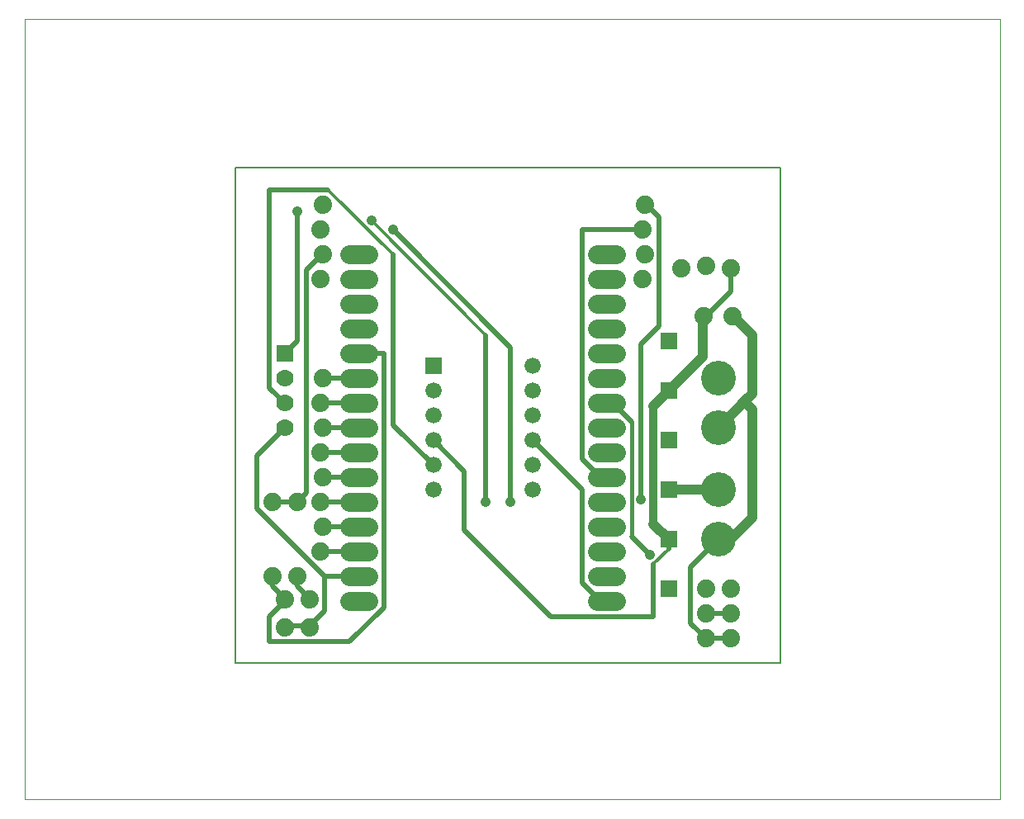
<source format=gtl>
G75*
%MOIN*%
%OFA0B0*%
%FSLAX25Y25*%
%IPPOS*%
%LPD*%
%AMOC8*
5,1,8,0,0,1.08239X$1,22.5*
%
%ADD10C,0.00000*%
%ADD11C,0.00600*%
%ADD12C,0.07400*%
%ADD13R,0.06600X0.06600*%
%ADD14C,0.06600*%
%ADD15C,0.07600*%
%ADD16C,0.14000*%
%ADD17C,0.07000*%
%ADD18R,0.07000X0.07000*%
%ADD19C,0.02000*%
%ADD20C,0.04000*%
%ADD21C,0.01200*%
%ADD22C,0.03200*%
%ADD23C,0.04165*%
%ADD24C,0.01600*%
D10*
X0001000Y0001000D02*
X0001000Y0315961D01*
X0394701Y0315961D01*
X0394701Y0001000D01*
X0001000Y0001000D01*
D11*
X0086000Y0056000D02*
X0086000Y0256000D01*
X0306000Y0256000D01*
X0306000Y0056000D01*
X0086000Y0056000D01*
D12*
X0106000Y0070300D03*
X0116000Y0070300D03*
X0116000Y0081700D03*
X0106000Y0081700D03*
X0101000Y0091000D03*
X0111000Y0091000D03*
X0120500Y0101000D03*
X0121500Y0111000D03*
X0120500Y0121000D03*
X0111000Y0121000D03*
X0101000Y0121000D03*
X0121500Y0131000D03*
X0120500Y0141000D03*
X0121500Y0151000D03*
X0120500Y0161000D03*
X0121500Y0171000D03*
X0120500Y0211000D03*
X0121500Y0221000D03*
X0120500Y0231000D03*
X0121500Y0241000D03*
X0250500Y0231000D03*
X0251500Y0221000D03*
X0250500Y0211000D03*
X0266000Y0215500D03*
X0276000Y0216500D03*
X0286000Y0215500D03*
X0286700Y0196000D03*
X0275300Y0196000D03*
X0251500Y0241000D03*
X0276000Y0086000D03*
X0286000Y0086000D03*
X0286000Y0076000D03*
X0286000Y0066000D03*
X0276000Y0066000D03*
X0276000Y0076000D03*
D13*
X0166000Y0176000D03*
D14*
X0166000Y0166000D03*
X0166000Y0156000D03*
X0166000Y0146000D03*
X0166000Y0136000D03*
X0166000Y0126000D03*
X0206000Y0126000D03*
X0206000Y0136000D03*
X0206000Y0146000D03*
X0206000Y0156000D03*
X0206000Y0166000D03*
X0206000Y0176000D03*
D15*
X0232200Y0171000D02*
X0239800Y0171000D01*
X0239800Y0161000D02*
X0232200Y0161000D01*
X0232200Y0151000D02*
X0239800Y0151000D01*
X0239800Y0141000D02*
X0232200Y0141000D01*
X0232200Y0131000D02*
X0239800Y0131000D01*
X0239800Y0121000D02*
X0232200Y0121000D01*
X0232200Y0111000D02*
X0239800Y0111000D01*
X0239800Y0101000D02*
X0232200Y0101000D01*
X0232200Y0091000D02*
X0239800Y0091000D01*
X0239800Y0081000D02*
X0232200Y0081000D01*
X0139800Y0081000D02*
X0132200Y0081000D01*
X0132200Y0091000D02*
X0139800Y0091000D01*
X0139800Y0101000D02*
X0132200Y0101000D01*
X0132200Y0111000D02*
X0139800Y0111000D01*
X0139800Y0121000D02*
X0132200Y0121000D01*
X0132200Y0131000D02*
X0139800Y0131000D01*
X0139800Y0141000D02*
X0132200Y0141000D01*
X0132200Y0151000D02*
X0139800Y0151000D01*
X0139800Y0161000D02*
X0132200Y0161000D01*
X0132200Y0171000D02*
X0139800Y0171000D01*
X0139800Y0181000D02*
X0132200Y0181000D01*
X0132200Y0191000D02*
X0139800Y0191000D01*
X0139800Y0201000D02*
X0132200Y0201000D01*
X0132200Y0211000D02*
X0139800Y0211000D01*
X0139800Y0221000D02*
X0132200Y0221000D01*
X0232200Y0221000D02*
X0239800Y0221000D01*
X0239800Y0211000D02*
X0232200Y0211000D01*
X0232200Y0201000D02*
X0239800Y0201000D01*
X0239800Y0191000D02*
X0232200Y0191000D01*
X0232200Y0181000D02*
X0239800Y0181000D01*
D16*
X0281000Y0171000D03*
X0281000Y0151000D03*
X0281000Y0126000D03*
X0281000Y0106000D03*
D17*
X0106000Y0151000D03*
X0106000Y0161000D03*
X0106000Y0171000D03*
D18*
X0106000Y0181000D03*
X0261000Y0186000D03*
X0261000Y0166000D03*
X0261000Y0146000D03*
X0261000Y0126000D03*
X0261000Y0106000D03*
X0261000Y0086000D03*
D19*
X0254750Y0096000D02*
X0254750Y0074750D01*
X0213500Y0074750D01*
X0178500Y0109750D01*
X0178500Y0133500D01*
X0166000Y0146000D01*
X0166000Y0136000D02*
X0149750Y0152250D01*
X0149750Y0221000D01*
X0149750Y0231000D02*
X0197250Y0183500D01*
X0197250Y0121000D01*
X0187250Y0121000D02*
X0187250Y0188500D01*
X0146000Y0181000D02*
X0146000Y0078500D01*
X0132250Y0064750D01*
X0099750Y0064750D01*
X0099750Y0074750D01*
X0106000Y0081000D01*
X0106000Y0081700D01*
X0106000Y0082250D01*
X0101000Y0087250D01*
X0101000Y0091000D01*
X0111000Y0091000D02*
X0111000Y0087250D01*
X0116000Y0082250D01*
X0116000Y0081700D01*
X0122250Y0077250D02*
X0116000Y0071000D01*
X0116000Y0070300D01*
X0116000Y0071000D02*
X0106000Y0071000D01*
X0106000Y0070300D01*
X0122250Y0077250D02*
X0122250Y0091000D01*
X0094750Y0118500D01*
X0094750Y0139750D01*
X0106000Y0151000D01*
X0106000Y0161000D02*
X0099750Y0167250D01*
X0099750Y0247250D01*
X0123500Y0247250D01*
X0111000Y0238500D02*
X0111000Y0186000D01*
X0106000Y0181000D01*
X0121500Y0171000D02*
X0136000Y0171000D01*
X0136000Y0161000D02*
X0120500Y0161000D01*
X0121500Y0151000D02*
X0136000Y0151000D01*
X0136000Y0141000D02*
X0120500Y0141000D01*
X0121500Y0131000D02*
X0136000Y0131000D01*
X0136000Y0121000D02*
X0120500Y0121000D01*
X0114750Y0124750D02*
X0111000Y0121000D01*
X0101000Y0121000D01*
X0114750Y0124750D02*
X0114750Y0214750D01*
X0121000Y0221000D01*
X0121500Y0221000D01*
X0136000Y0181000D02*
X0146000Y0181000D01*
X0206000Y0146000D02*
X0226000Y0126000D01*
X0226000Y0088500D01*
X0233500Y0081000D01*
X0236000Y0081000D01*
X0253500Y0099750D02*
X0246000Y0107250D01*
X0261000Y0106000D02*
X0261000Y0102250D01*
X0269750Y0094750D02*
X0281000Y0106000D01*
X0269750Y0094750D02*
X0269750Y0072250D01*
X0276000Y0066000D01*
X0286000Y0066000D01*
X0286000Y0076000D02*
X0276000Y0076000D01*
X0249750Y0122250D02*
X0249750Y0184750D01*
X0257250Y0192250D01*
X0257250Y0236000D01*
X0252250Y0241000D01*
X0251500Y0241000D01*
X0250500Y0231000D02*
X0226000Y0231000D01*
X0226000Y0138500D01*
X0233500Y0131000D01*
X0236000Y0131000D01*
X0246000Y0153500D02*
X0238500Y0161000D01*
X0236000Y0161000D01*
X0274750Y0196000D02*
X0275300Y0196000D01*
X0276000Y0196000D01*
X0286000Y0206000D01*
X0286000Y0215500D01*
X0286700Y0196000D02*
X0287250Y0196000D01*
X0136000Y0111000D02*
X0121500Y0111000D01*
X0120500Y0101000D02*
X0136000Y0101000D01*
X0136000Y0091000D02*
X0122250Y0091000D01*
D20*
X0254750Y0112250D02*
X0261000Y0106000D01*
X0261000Y0126000D02*
X0281000Y0126000D01*
X0294750Y0114750D02*
X0294750Y0158500D01*
X0291625Y0161625D01*
X0289125Y0159125D01*
X0281000Y0151000D01*
X0291625Y0161625D02*
X0294750Y0164750D01*
X0294750Y0188500D01*
X0287250Y0196000D01*
X0274750Y0196000D02*
X0274750Y0179750D01*
X0261000Y0166000D01*
X0254750Y0159750D01*
X0294750Y0114750D02*
X0286000Y0106000D01*
X0281000Y0106000D01*
D21*
X0261000Y0102250D02*
X0254750Y0096000D01*
X0187250Y0188500D02*
X0141000Y0234750D01*
X0149750Y0221000D02*
X0123500Y0247250D01*
D22*
X0254750Y0159750D02*
X0254750Y0112250D01*
D23*
X0249750Y0122250D03*
X0253500Y0099750D03*
X0197250Y0121000D03*
X0187250Y0121000D03*
X0149750Y0231000D03*
X0141000Y0234750D03*
X0111000Y0238500D03*
D24*
X0246000Y0153500D02*
X0246000Y0107250D01*
M02*

</source>
